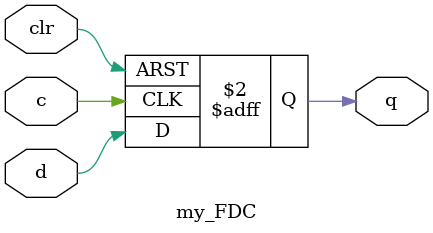
<source format=sv>
`default_nettype none

module my_FDC(
	input logic d,
	input logic c,
	input logic clr,
	output logic q);
	
	always_ff @ (posedge c, posedge clr)
		if(clr) q <= 1'b0;
		else q <= d;
	
endmodule

</source>
